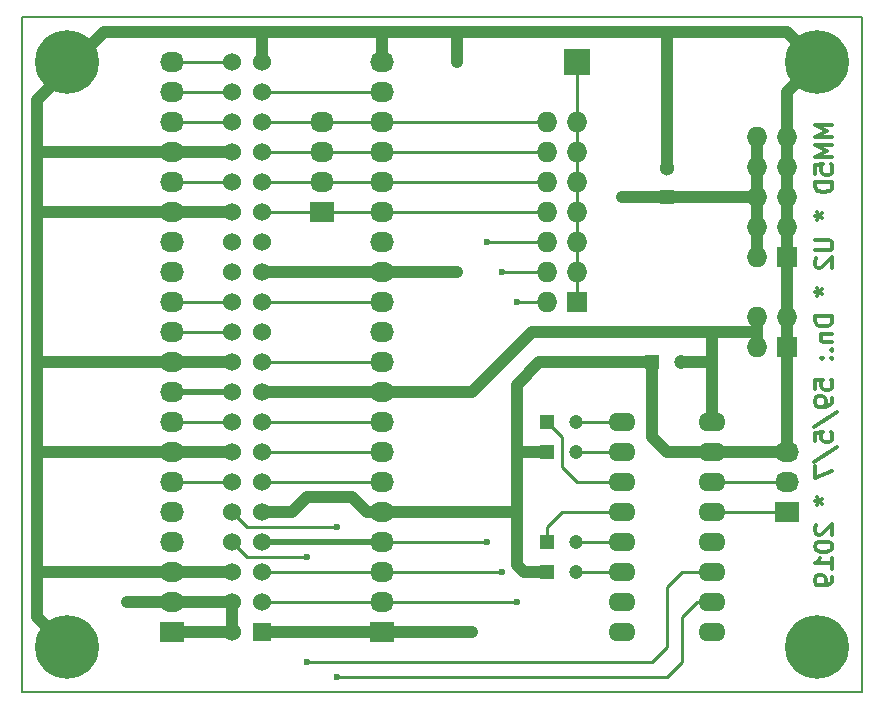
<source format=gbr>
G04 #@! TF.FileFunction,Copper,L2,Bot,Signal*
%FSLAX46Y46*%
G04 Gerber Fmt 4.6, Leading zero omitted, Abs format (unit mm)*
G04 Created by KiCad (PCBNEW 4.0.5+dfsg1-4) date Sat Oct  5 15:21:09 2019*
%MOMM*%
%LPD*%
G01*
G04 APERTURE LIST*
%ADD10C,0.150000*%
%ADD11C,0.300000*%
%ADD12C,5.400000*%
%ADD13R,1.524000X1.524000*%
%ADD14C,1.524000*%
%ADD15R,2.032000X1.727200*%
%ADD16O,2.032000X1.727200*%
%ADD17O,2.300000X1.600000*%
%ADD18C,1.300000*%
%ADD19R,1.300000X1.300000*%
%ADD20R,1.200000X1.200000*%
%ADD21C,1.200000*%
%ADD22R,1.727200X1.727200*%
%ADD23O,1.727200X1.727200*%
%ADD24R,2.235200X2.235200*%
%ADD25C,0.600000*%
%ADD26C,1.000000*%
%ADD27C,0.250000*%
%ADD28C,0.500000*%
G04 APERTURE END LIST*
D10*
D11*
X168953571Y-80230716D02*
X167453571Y-80230716D01*
X168525000Y-80730716D01*
X167453571Y-81230716D01*
X168953571Y-81230716D01*
X168953571Y-81945002D02*
X167453571Y-81945002D01*
X168525000Y-82445002D01*
X167453571Y-82945002D01*
X168953571Y-82945002D01*
X167453571Y-84373574D02*
X167453571Y-83659288D01*
X168167857Y-83587859D01*
X168096429Y-83659288D01*
X168025000Y-83802145D01*
X168025000Y-84159288D01*
X168096429Y-84302145D01*
X168167857Y-84373574D01*
X168310714Y-84445002D01*
X168667857Y-84445002D01*
X168810714Y-84373574D01*
X168882143Y-84302145D01*
X168953571Y-84159288D01*
X168953571Y-83802145D01*
X168882143Y-83659288D01*
X168810714Y-83587859D01*
X168953571Y-85087859D02*
X167453571Y-85087859D01*
X167453571Y-85445002D01*
X167525000Y-85659287D01*
X167667857Y-85802145D01*
X167810714Y-85873573D01*
X168096429Y-85945002D01*
X168310714Y-85945002D01*
X168596429Y-85873573D01*
X168739286Y-85802145D01*
X168882143Y-85659287D01*
X168953571Y-85445002D01*
X168953571Y-85087859D01*
X167453571Y-87945002D02*
X167810714Y-87945002D01*
X167667857Y-87587859D02*
X167810714Y-87945002D01*
X167667857Y-88302144D01*
X168096429Y-87730716D02*
X167810714Y-87945002D01*
X168096429Y-88159287D01*
X167453571Y-90016430D02*
X168667857Y-90016430D01*
X168810714Y-90087858D01*
X168882143Y-90159287D01*
X168953571Y-90302144D01*
X168953571Y-90587858D01*
X168882143Y-90730716D01*
X168810714Y-90802144D01*
X168667857Y-90873573D01*
X167453571Y-90873573D01*
X167596429Y-91516430D02*
X167525000Y-91587859D01*
X167453571Y-91730716D01*
X167453571Y-92087859D01*
X167525000Y-92230716D01*
X167596429Y-92302145D01*
X167739286Y-92373573D01*
X167882143Y-92373573D01*
X168096429Y-92302145D01*
X168953571Y-91445002D01*
X168953571Y-92373573D01*
X167453571Y-94373573D02*
X167810714Y-94373573D01*
X167667857Y-94016430D02*
X167810714Y-94373573D01*
X167667857Y-94730715D01*
X168096429Y-94159287D02*
X167810714Y-94373573D01*
X168096429Y-94587858D01*
X168953571Y-96445001D02*
X167453571Y-96445001D01*
X167453571Y-96802144D01*
X167525000Y-97016429D01*
X167667857Y-97159287D01*
X167810714Y-97230715D01*
X168096429Y-97302144D01*
X168310714Y-97302144D01*
X168596429Y-97230715D01*
X168739286Y-97159287D01*
X168882143Y-97016429D01*
X168953571Y-96802144D01*
X168953571Y-96445001D01*
X167953571Y-97945001D02*
X168953571Y-97945001D01*
X168096429Y-97945001D02*
X168025000Y-98016429D01*
X167953571Y-98159287D01*
X167953571Y-98373572D01*
X168025000Y-98516429D01*
X168167857Y-98587858D01*
X168953571Y-98587858D01*
X168810714Y-99302144D02*
X168882143Y-99373572D01*
X168953571Y-99302144D01*
X168882143Y-99230715D01*
X168810714Y-99302144D01*
X168953571Y-99302144D01*
X168810714Y-100016430D02*
X168882143Y-100087858D01*
X168953571Y-100016430D01*
X168882143Y-99945001D01*
X168810714Y-100016430D01*
X168953571Y-100016430D01*
X168025000Y-100016430D02*
X168096429Y-100087858D01*
X168167857Y-100016430D01*
X168096429Y-99945001D01*
X168025000Y-100016430D01*
X168167857Y-100016430D01*
X167453571Y-102587859D02*
X167453571Y-101873573D01*
X168167857Y-101802144D01*
X168096429Y-101873573D01*
X168025000Y-102016430D01*
X168025000Y-102373573D01*
X168096429Y-102516430D01*
X168167857Y-102587859D01*
X168310714Y-102659287D01*
X168667857Y-102659287D01*
X168810714Y-102587859D01*
X168882143Y-102516430D01*
X168953571Y-102373573D01*
X168953571Y-102016430D01*
X168882143Y-101873573D01*
X168810714Y-101802144D01*
X168953571Y-103373572D02*
X168953571Y-103659287D01*
X168882143Y-103802144D01*
X168810714Y-103873572D01*
X168596429Y-104016430D01*
X168310714Y-104087858D01*
X167739286Y-104087858D01*
X167596429Y-104016430D01*
X167525000Y-103945001D01*
X167453571Y-103802144D01*
X167453571Y-103516430D01*
X167525000Y-103373572D01*
X167596429Y-103302144D01*
X167739286Y-103230715D01*
X168096429Y-103230715D01*
X168239286Y-103302144D01*
X168310714Y-103373572D01*
X168382143Y-103516430D01*
X168382143Y-103802144D01*
X168310714Y-103945001D01*
X168239286Y-104016430D01*
X168096429Y-104087858D01*
X167382143Y-105802143D02*
X169310714Y-104516429D01*
X167453571Y-107016430D02*
X167453571Y-106302144D01*
X168167857Y-106230715D01*
X168096429Y-106302144D01*
X168025000Y-106445001D01*
X168025000Y-106802144D01*
X168096429Y-106945001D01*
X168167857Y-107016430D01*
X168310714Y-107087858D01*
X168667857Y-107087858D01*
X168810714Y-107016430D01*
X168882143Y-106945001D01*
X168953571Y-106802144D01*
X168953571Y-106445001D01*
X168882143Y-106302144D01*
X168810714Y-106230715D01*
X167382143Y-108802143D02*
X169310714Y-107516429D01*
X167453571Y-109159287D02*
X167453571Y-110159287D01*
X168953571Y-109516430D01*
X167453571Y-112087858D02*
X167810714Y-112087858D01*
X167667857Y-111730715D02*
X167810714Y-112087858D01*
X167667857Y-112445000D01*
X168096429Y-111873572D02*
X167810714Y-112087858D01*
X168096429Y-112302143D01*
X167596429Y-114087857D02*
X167525000Y-114159286D01*
X167453571Y-114302143D01*
X167453571Y-114659286D01*
X167525000Y-114802143D01*
X167596429Y-114873572D01*
X167739286Y-114945000D01*
X167882143Y-114945000D01*
X168096429Y-114873572D01*
X168953571Y-114016429D01*
X168953571Y-114945000D01*
X167453571Y-115873571D02*
X167453571Y-116016428D01*
X167525000Y-116159285D01*
X167596429Y-116230714D01*
X167739286Y-116302143D01*
X168025000Y-116373571D01*
X168382143Y-116373571D01*
X168667857Y-116302143D01*
X168810714Y-116230714D01*
X168882143Y-116159285D01*
X168953571Y-116016428D01*
X168953571Y-115873571D01*
X168882143Y-115730714D01*
X168810714Y-115659285D01*
X168667857Y-115587857D01*
X168382143Y-115516428D01*
X168025000Y-115516428D01*
X167739286Y-115587857D01*
X167596429Y-115659285D01*
X167525000Y-115730714D01*
X167453571Y-115873571D01*
X168953571Y-117802142D02*
X168953571Y-116944999D01*
X168953571Y-117373571D02*
X167453571Y-117373571D01*
X167667857Y-117230714D01*
X167810714Y-117087856D01*
X167882143Y-116944999D01*
X168953571Y-118516427D02*
X168953571Y-118802142D01*
X168882143Y-118944999D01*
X168810714Y-119016427D01*
X168596429Y-119159285D01*
X168310714Y-119230713D01*
X167739286Y-119230713D01*
X167596429Y-119159285D01*
X167525000Y-119087856D01*
X167453571Y-118944999D01*
X167453571Y-118659285D01*
X167525000Y-118516427D01*
X167596429Y-118444999D01*
X167739286Y-118373570D01*
X168096429Y-118373570D01*
X168239286Y-118444999D01*
X168310714Y-118516427D01*
X168382143Y-118659285D01*
X168382143Y-118944999D01*
X168310714Y-119087856D01*
X168239286Y-119159285D01*
X168096429Y-119230713D01*
D10*
X171450000Y-71120000D02*
X100330000Y-71120000D01*
X171450000Y-128270000D02*
X171450000Y-71120000D01*
X100330000Y-128270000D02*
X171450000Y-128270000D01*
X100330000Y-71120000D02*
X100330000Y-128270000D01*
D12*
X167640000Y-74930000D03*
X104140000Y-74930000D03*
X167640000Y-124460000D03*
X104140000Y-124460000D03*
D13*
X120650000Y-123190000D03*
D14*
X118110000Y-123190000D03*
X120650000Y-110490000D03*
X118110000Y-120650000D03*
X120650000Y-107950000D03*
X118110000Y-118110000D03*
X120650000Y-105410000D03*
X118110000Y-115570000D03*
X120650000Y-102870000D03*
X118110000Y-113030000D03*
X120650000Y-100330000D03*
X118110000Y-110490000D03*
X120650000Y-97790000D03*
X118110000Y-107950000D03*
X120650000Y-95250000D03*
X118110000Y-105410000D03*
X120650000Y-92710000D03*
X118110000Y-102870000D03*
X120650000Y-90170000D03*
X118110000Y-100330000D03*
X120650000Y-87630000D03*
X118110000Y-97790000D03*
X120650000Y-85090000D03*
X118110000Y-95250000D03*
X118110000Y-92710000D03*
X120650000Y-82550000D03*
X118110000Y-90170000D03*
X118110000Y-85090000D03*
X118110000Y-82550000D03*
X118110000Y-80010000D03*
X118110000Y-77470000D03*
X120650000Y-80010000D03*
X120650000Y-77470000D03*
X120650000Y-120650000D03*
X120650000Y-118110000D03*
X120650000Y-115570000D03*
X120650000Y-113030000D03*
X120650000Y-74930000D03*
X118110000Y-74930000D03*
X118110000Y-87630000D03*
D15*
X113030000Y-123190000D03*
D16*
X113030000Y-120650000D03*
X113030000Y-118110000D03*
X113030000Y-115570000D03*
X113030000Y-113030000D03*
X113030000Y-110490000D03*
X113030000Y-107950000D03*
X113030000Y-105410000D03*
X113030000Y-102870000D03*
X113030000Y-100330000D03*
X113030000Y-97790000D03*
X113030000Y-95250000D03*
X113030000Y-92710000D03*
X113030000Y-90170000D03*
X113030000Y-87630000D03*
X113030000Y-85090000D03*
X113030000Y-82550000D03*
X113030000Y-80010000D03*
X113030000Y-77470000D03*
X113030000Y-74930000D03*
D15*
X130810000Y-123190000D03*
D16*
X130810000Y-120650000D03*
X130810000Y-118110000D03*
X130810000Y-115570000D03*
X130810000Y-113030000D03*
X130810000Y-110490000D03*
X130810000Y-107950000D03*
X130810000Y-105410000D03*
X130810000Y-102870000D03*
X130810000Y-100330000D03*
X130810000Y-97790000D03*
X130810000Y-95250000D03*
X130810000Y-92710000D03*
X130810000Y-90170000D03*
X130810000Y-87630000D03*
X130810000Y-85090000D03*
X130810000Y-82550000D03*
X130810000Y-80010000D03*
X130810000Y-77470000D03*
X130810000Y-74930000D03*
D15*
X125730000Y-87630000D03*
D16*
X125730000Y-85090000D03*
X125730000Y-82550000D03*
X125730000Y-80010000D03*
D17*
X151130000Y-105410000D03*
X151130000Y-107950000D03*
X151130000Y-110490000D03*
X151130000Y-113030000D03*
X151130000Y-115570000D03*
X151130000Y-118110000D03*
X151130000Y-120650000D03*
X151130000Y-123190000D03*
X158750000Y-123190000D03*
X158750000Y-120650000D03*
X158750000Y-118110000D03*
X158750000Y-115570000D03*
X158750000Y-113030000D03*
X158750000Y-110490000D03*
X158750000Y-107950000D03*
X158750000Y-105410000D03*
D18*
X154940000Y-83860000D03*
D19*
X154940000Y-86360000D03*
D20*
X144780000Y-105410000D03*
D21*
X147280000Y-105410000D03*
D20*
X153670000Y-100330000D03*
D21*
X156170000Y-100330000D03*
D20*
X144780000Y-115570000D03*
D21*
X147280000Y-115570000D03*
D20*
X144780000Y-118110000D03*
D21*
X147280000Y-118110000D03*
D20*
X144780000Y-107950000D03*
D21*
X147280000Y-107950000D03*
D15*
X165100000Y-113030000D03*
D16*
X165100000Y-110490000D03*
X165100000Y-107950000D03*
D22*
X147320000Y-95250000D03*
D23*
X144780000Y-95250000D03*
X147320000Y-92710000D03*
X144780000Y-92710000D03*
X147320000Y-90170000D03*
X144780000Y-90170000D03*
X147320000Y-87630000D03*
X144780000Y-87630000D03*
X147320000Y-85090000D03*
X144780000Y-85090000D03*
X147320000Y-82550000D03*
X144780000Y-82550000D03*
X147320000Y-80010000D03*
X144780000Y-80010000D03*
D22*
X165100000Y-91440000D03*
D23*
X162560000Y-91440000D03*
X165100000Y-88900000D03*
X162560000Y-88900000D03*
X165100000Y-86360000D03*
X162560000Y-86360000D03*
X165100000Y-83820000D03*
X162560000Y-83820000D03*
X165100000Y-81280000D03*
X162560000Y-81280000D03*
D24*
X147320000Y-74930000D03*
D22*
X165100000Y-99060000D03*
D23*
X162560000Y-99060000D03*
X165100000Y-96520000D03*
X162560000Y-96520000D03*
D25*
X151130000Y-86360000D03*
X109220000Y-120650000D03*
X137160000Y-74930000D03*
X138430000Y-102870000D03*
X138430000Y-123190000D03*
X137160000Y-92710000D03*
X127000000Y-127000000D03*
X127000000Y-114300000D03*
X124460000Y-116840000D03*
X124460000Y-125730000D03*
X142240000Y-120650000D03*
X142240000Y-95250000D03*
X140970000Y-92710000D03*
X140970000Y-118110000D03*
X139700000Y-90170000D03*
X139700000Y-115570000D03*
D26*
X162560000Y-99060000D02*
X162560000Y-97790000D01*
X161290000Y-97790000D02*
X162560000Y-97790000D01*
X158750000Y-97790000D02*
X161290000Y-97790000D01*
X162560000Y-97790000D02*
X162560000Y-96520000D01*
X144780000Y-107950000D02*
X142240000Y-107950000D01*
X165100000Y-96520000D02*
X165100000Y-107950000D01*
X142240000Y-113030000D02*
X136525000Y-113030000D01*
X136525000Y-113030000D02*
X130810000Y-113030000D01*
X144780000Y-118110000D02*
X142875000Y-118110000D01*
X144145000Y-100330000D02*
X153670000Y-100330000D01*
X142240000Y-102235000D02*
X144145000Y-100330000D01*
X142240000Y-117475000D02*
X142240000Y-113030000D01*
X142240000Y-113030000D02*
X142240000Y-107950000D01*
X142240000Y-107950000D02*
X142240000Y-102235000D01*
X142875000Y-118110000D02*
X142240000Y-117475000D01*
X113030000Y-120650000D02*
X109220000Y-120650000D01*
X151130000Y-86360000D02*
X154940000Y-86360000D01*
X156170000Y-100330000D02*
X158750000Y-100330000D01*
X158750000Y-101600000D02*
X158750000Y-100330000D01*
X158750000Y-100330000D02*
X158750000Y-97790000D01*
X154940000Y-97790000D02*
X158750000Y-97790000D01*
X165100000Y-91440000D02*
X165100000Y-96520000D01*
X154940000Y-83860000D02*
X154940000Y-72390000D01*
X162560000Y-86360000D02*
X162560000Y-91440000D01*
X154940000Y-86360000D02*
X162560000Y-86360000D01*
X162560000Y-86360000D02*
X162560000Y-81280000D01*
X165100000Y-91440000D02*
X165100000Y-77470000D01*
X165100000Y-77470000D02*
X167640000Y-74930000D01*
D27*
X165100000Y-113030000D02*
X158750000Y-113030000D01*
X158750000Y-110490000D02*
X165100000Y-110490000D01*
D26*
X137160000Y-113030000D02*
X137160000Y-113030000D01*
X137160000Y-74930000D02*
X137160000Y-72390000D01*
X130810000Y-123190000D02*
X138430000Y-123190000D01*
X137160000Y-92710000D02*
X130810000Y-92710000D01*
X130810000Y-74930000D02*
X130810000Y-72390000D01*
X120650000Y-74930000D02*
X120650000Y-72390000D01*
X113030000Y-87630000D02*
X101600000Y-87630000D01*
X113030000Y-82550000D02*
X101600000Y-82550000D01*
X118110000Y-118110000D02*
X101600000Y-118110000D01*
X118110000Y-123190000D02*
X113030000Y-123190000D01*
X113030000Y-100330000D02*
X101600000Y-100330000D01*
X113030000Y-107950000D02*
X101600000Y-107950000D01*
X104140000Y-74930000D02*
X104140000Y-75565000D01*
X104140000Y-75565000D02*
X101600000Y-78105000D01*
X101600000Y-78105000D02*
X101600000Y-82550000D01*
X101600000Y-82550000D02*
X101600000Y-87630000D01*
X101600000Y-87630000D02*
X101600000Y-100330000D01*
X101600000Y-100330000D02*
X101600000Y-107950000D01*
X101600000Y-121920000D02*
X104140000Y-124460000D01*
X101600000Y-107950000D02*
X101600000Y-118110000D01*
X101600000Y-118110000D02*
X101600000Y-121920000D01*
X104140000Y-74930000D02*
X104775000Y-74930000D01*
X104775000Y-74930000D02*
X107315000Y-72390000D01*
X165100000Y-72390000D02*
X167640000Y-74930000D01*
X163830000Y-72390000D02*
X165100000Y-72390000D01*
X137160000Y-72390000D02*
X154940000Y-72390000D01*
X154940000Y-72390000D02*
X163830000Y-72390000D01*
X107315000Y-72390000D02*
X120650000Y-72390000D01*
X120650000Y-72390000D02*
X130810000Y-72390000D01*
X130810000Y-72390000D02*
X137160000Y-72390000D01*
D27*
X147320000Y-80010000D02*
X147320000Y-74930000D01*
X158750000Y-120650000D02*
X157480000Y-120650000D01*
X156210000Y-121920000D02*
X157480000Y-120650000D01*
X156210000Y-125730000D02*
X156210000Y-121920000D01*
X154940000Y-127000000D02*
X156210000Y-125730000D01*
X154940000Y-127000000D02*
X127000000Y-127000000D01*
D26*
X130810000Y-102870000D02*
X138430000Y-102870000D01*
X143510000Y-97790000D02*
X154940000Y-97790000D01*
X138430000Y-102870000D02*
X143510000Y-97790000D01*
X120650000Y-113030000D02*
X123190000Y-113030000D01*
X129540000Y-113030000D02*
X130810000Y-113030000D01*
X128270000Y-111760000D02*
X129540000Y-113030000D01*
X124460000Y-111760000D02*
X128270000Y-111760000D01*
X123190000Y-113030000D02*
X124460000Y-111760000D01*
D27*
X119380000Y-114300000D02*
X118110000Y-113030000D01*
X127000000Y-114300000D02*
X119380000Y-114300000D01*
X118110000Y-115570000D02*
X119380000Y-116840000D01*
X119380000Y-116840000D02*
X124460000Y-116840000D01*
X124460000Y-125730000D02*
X153670000Y-125730000D01*
X153670000Y-125730000D02*
X154940000Y-124460000D01*
X154940000Y-124460000D02*
X154940000Y-119380000D01*
X154940000Y-119380000D02*
X156210000Y-118110000D01*
X156210000Y-118110000D02*
X158750000Y-118110000D01*
D26*
X158750000Y-107950000D02*
X156210000Y-107950000D01*
X153670000Y-106680000D02*
X153670000Y-100330000D01*
X154940000Y-107950000D02*
X153670000Y-106680000D01*
X156210000Y-107950000D02*
X154940000Y-107950000D01*
X158750000Y-101600000D02*
X158750000Y-105410000D01*
X158750000Y-107950000D02*
X164465000Y-107950000D01*
D27*
X147320000Y-95250000D02*
X147320000Y-80010000D01*
X144780000Y-95250000D02*
X142240000Y-95250000D01*
X142240000Y-120650000D02*
X130810000Y-120650000D01*
X130810000Y-118110000D02*
X140970000Y-118110000D01*
X140970000Y-92710000D02*
X144780000Y-92710000D01*
X130810000Y-115570000D02*
X139700000Y-115570000D01*
X139700000Y-90170000D02*
X144780000Y-90170000D01*
X130810000Y-87630000D02*
X144780000Y-87630000D01*
X144780000Y-85090000D02*
X130810000Y-85090000D01*
X130810000Y-82550000D02*
X144780000Y-82550000D01*
X130810000Y-80010000D02*
X144780000Y-80010000D01*
D28*
X164425000Y-112990000D02*
X164465000Y-113030000D01*
D27*
X144780000Y-105410000D02*
X146050000Y-106680000D01*
X147320000Y-110490000D02*
X151130000Y-110490000D01*
X146050000Y-109220000D02*
X147320000Y-110490000D01*
X146050000Y-106680000D02*
X146050000Y-109220000D01*
X151130000Y-118110000D02*
X147280000Y-118110000D01*
X147280000Y-107950000D02*
X151130000Y-107950000D01*
X147280000Y-115570000D02*
X151130000Y-115570000D01*
X144780000Y-115570000D02*
X144780000Y-114300000D01*
X146050000Y-113030000D02*
X151130000Y-113030000D01*
X144780000Y-114300000D02*
X146050000Y-113030000D01*
X147280000Y-105410000D02*
X151130000Y-105410000D01*
D26*
X118110000Y-123190000D02*
X118110000Y-120650000D01*
X113030000Y-120650000D02*
X118110000Y-120650000D01*
D27*
X113030000Y-110490000D02*
X118110000Y-110490000D01*
D26*
X113030000Y-107950000D02*
X118110000Y-107950000D01*
D27*
X118110000Y-105410000D02*
X113030000Y-105410000D01*
D28*
X113030000Y-102870000D02*
X118110000Y-102870000D01*
D26*
X118110000Y-100330000D02*
X113030000Y-100330000D01*
D27*
X113030000Y-97790000D02*
X118110000Y-97790000D01*
X118110000Y-95250000D02*
X113030000Y-95250000D01*
D26*
X113030000Y-87630000D02*
X118110000Y-87630000D01*
X130810000Y-123190000D02*
X120650000Y-123190000D01*
D27*
X120650000Y-120650000D02*
X130810000Y-120650000D01*
X120650000Y-118110000D02*
X130810000Y-118110000D01*
D28*
X130810000Y-115570000D02*
X120650000Y-115570000D01*
D27*
X130810000Y-110490000D02*
X120650000Y-110490000D01*
X120650000Y-107950000D02*
X130810000Y-107950000D01*
X120650000Y-105410000D02*
X130810000Y-105410000D01*
D26*
X130810000Y-102870000D02*
X120650000Y-102870000D01*
D27*
X120650000Y-100330000D02*
X130810000Y-100330000D01*
X120650000Y-95250000D02*
X130810000Y-95250000D01*
D26*
X130810000Y-92710000D02*
X120650000Y-92710000D01*
D27*
X130810000Y-87630000D02*
X120650000Y-87630000D01*
X120650000Y-85090000D02*
X130810000Y-85090000D01*
X125730000Y-82550000D02*
X120650000Y-82550000D01*
X130810000Y-82550000D02*
X125730000Y-82550000D01*
X120650000Y-80010000D02*
X130810000Y-80010000D01*
X120650000Y-77470000D02*
X130810000Y-77470000D01*
X118110000Y-85090000D02*
X113030000Y-85090000D01*
D26*
X113030000Y-82550000D02*
X118110000Y-82550000D01*
D27*
X118110000Y-80010000D02*
X113030000Y-80010000D01*
X113030000Y-77470000D02*
X118110000Y-77470000D01*
X118110000Y-74930000D02*
X113030000Y-74930000D01*
M02*

</source>
